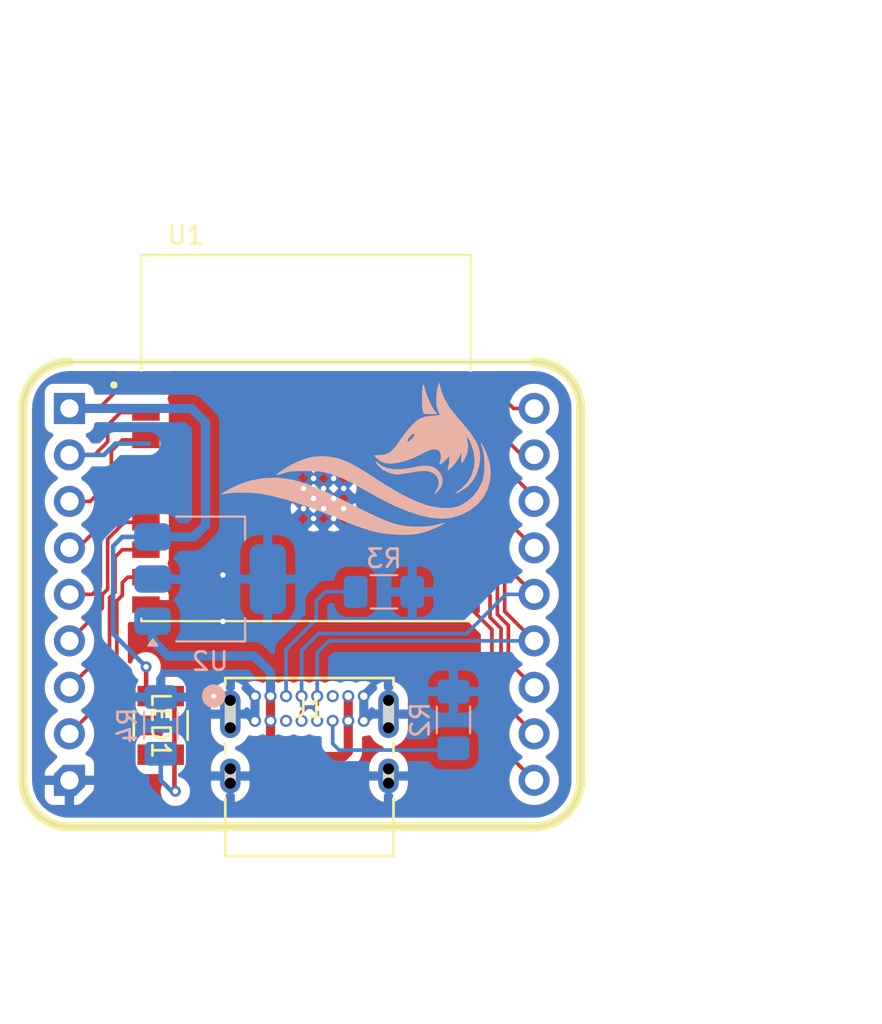
<source format=kicad_pcb>
(kicad_pcb (version 20240108) (generator "pcbnew") (generator_version "8.0")
  (layers (0 "F.Cu" signal) (31 "B.Cu" signal) (34 "B.Paste" user) (35 "F.Paste" user) (36 "B.SilkS" user "B.Silkscreen") (37 "F.SilkS" user "F.Silkscreen") (38 "B.Mask" user) (39 "F.Mask" user) (44 "Edge.Cuts" user))
  (net 0 "")
  (net 1 "GPIO3")
  (net 2 "GND")
  (net 3 "GPIO2")
  (net 4 "GPIO1")
  (net 5 "GPIO0")
  (net 6 "GPIO4")
  (net 7 "VBUS")
  (net 8 "Net-(J1-CC2)")
  (net 10 "Net-(J1-CC1)")
  (net 12 "GPIO7")
  (net 13 "USB_D+")
  (net 14 "UART-RX")
  (net 15 "USB_D-")
  (net 16 "GPIO5")
  (net 17 "GPIO8")
  (net 18 "UART-TX")
  (net 19 "GPIO10")
  (net 20 "EN")
  (net 21 "GPIO9")
  (net 22 "3V3")
  (net 23 "GPIO6")
  (net 25 "Net-(LED1-GND-Pad1)")
  (footprint "Alexander Footprint Library:ESP32-C3-WROOM-02-H4" (layer "F.Cu") (at 156.94 61.1)
    (property "Reference" "U1" (at -6.575 -11.085 0) (layer "F.SilkS"))
    (property "Value" "ESP32-C3-WROOM-02-N4")
    (fp_line (start -9 -10) (end -9 -3.67) (stroke (width 0.127)) (layer "F.SilkS"))
    (fp_line (start -9 10) (end -9 9.87) (stroke (width 0.127)) (layer "F.SilkS"))
    (fp_line (start -9 10) (end 9 10) (stroke (width 0.127)) (layer "F.SilkS"))
    (fp_line (start 9 -10) (end -9 -10) (stroke (width 0.127)) (layer "F.SilkS"))
    (fp_line (start 9 -3.67) (end 9 -10) (stroke (width 0.127)) (layer "F.SilkS"))
    (fp_line (start 9 10) (end 9 9.87) (stroke (width 0.127)) (layer "F.SilkS"))
    (fp_circle (center -10.5 -2.9) (end -10.4 -2.9) (stroke (width 0.2)) (fill none) (layer "F.SilkS"))
    (pad "1" smd rect (at -8.75 -2.9) (size 1.5 0.9) (layers "F.Cu" "F.Paste" "F.Mask") (net 22 "3V3"))
    (pad "2" smd rect (at -8.75 -1.4) (size 1.5 0.9) (layers "F.Cu" "F.Paste" "F.Mask") (net 20 "EN"))
    (pad "3" smd rect (at -8.75 0.1) (size 1.5 0.9) (layers "F.Cu" "F.Paste" "F.Mask") (net 6 "GPIO4"))
    (pad "4" smd rect (at -8.75 1.6) (size 1.5 0.9) (layers "F.Cu" "F.Paste" "F.Mask") (net 16 "GPIO5"))
    (pad "5" smd rect (at -8.75 3.1) (size 1.5 0.9) (layers "F.Cu" "F.Paste" "F.Mask") (net 23 "GPIO6"))
    (pad "6" smd rect (at -8.75 4.6) (size 1.5 0.9) (layers "F.Cu" "F.Paste" "F.Mask") (net 12 "GPIO7"))
    (pad "7" smd rect (at -8.75 6.1) (size 1.5 0.9) (layers "F.Cu" "F.Paste" "F.Mask") (net 17 "GPIO8"))
    (pad "8" smd rect (at -8.75 7.6) (size 1.5 0.9) (layers "F.Cu" "F.Paste" "F.Mask") (net 21 "GPIO9"))
    (pad "9" smd rect (at -8.75 9.1) (size 1.5 0.9) (layers "F.Cu" "F.Paste" "F.Mask") (net 2 "GND"))
    (pad "10" smd rect (at 8.75 9.1) (size 1.5 0.9) (layers "F.Cu" "F.Paste" "F.Mask") (net 19 "GPIO10"))
    (pad "11" smd rect (at 8.75 7.6) (size 1.5 0.9) (layers "F.Cu" "F.Paste" "F.Mask") (net 14 "UART-RX"))
    (pad "12" smd rect (at 8.75 6.1) (size 1.5 0.9) (layers "F.Cu" "F.Paste" "F.Mask") (net 18 "UART-TX"))
    (pad "13" smd rect (at 8.75 4.6) (size 1.5 0.9) (layers "F.Cu" "F.Paste" "F.Mask") (net 15 "USB_D-"))
    (pad "14" smd rect (at 8.75 3.1) (size 1.5 0.9) (layers "F.Cu" "F.Paste" "F.Mask") (net 13 "USB_D+"))
    (pad "15" smd rect (at 8.75 1.6) (size 1.5 0.9) (layers "F.Cu" "F.Paste" "F.Mask") (net 1 "GPIO3"))
    (pad "16" smd rect (at 8.75 0.1) (size 1.5 0.9) (layers "F.Cu" "F.Paste" "F.Mask") (net 3 "GPIO2"))
    (pad "17" smd rect (at 8.75 -1.4) (size 1.5 0.9) (layers "F.Cu" "F.Paste" "F.Mask") (net 4 "GPIO1"))
    (pad "18" smd rect (at 8.75 -2.9) (size 1.5 0.9) (layers "F.Cu" "F.Paste" "F.Mask") (net 5 "GPIO0"))
    (pad "19" smd rect (at -0.14 2.2) (size 0.7 0.7) (layers "F.Cu" "F.Paste" "F.Mask") (net 2 "GND"))
    (pad "20" smd rect (at 0.96 2.2) (size 0.7 0.7) (layers "F.Cu" "F.Paste" "F.Mask") (net 2 "GND"))
    (pad "21" smd rect (at 2.06 2.2) (size 0.7 0.7) (layers "F.Cu" "F.Paste" "F.Mask") (net 2 "GND"))
    (pad "22" smd rect (at -0.14 3.3) (size 0.7 0.7) (layers "F.Cu" "F.Paste" "F.Mask") (net 2 "GND"))
    (pad "23" smd rect (at 0.96 3.3) (size 0.7 0.7) (layers "F.Cu" "F.Paste" "F.Mask") (net 2 "GND"))
    (pad "24" smd rect (at 2.06 3.3) (size 0.7 0.7) (layers "F.Cu" "F.Paste" "F.Mask") (net 2 "GND"))
    (pad "25" smd rect (at -0.14 4.4) (size 0.7 0.7) (layers "F.Cu" "F.Paste" "F.Mask") (net 2 "GND"))
    (pad "26" smd rect (at 0.96 4.4) (size 0.7 0.7) (layers "F.Cu" "F.Paste" "F.Mask") (net 2 "GND"))
    (pad "27" smd rect (at 2.06 4.4) (size 0.7 0.7) (layers "F.Cu" "F.Paste" "F.Mask") (net 2 "GND"))
    (pad "28" thru_hole circle (at 0.41 2.2) (size 0.4 0.4) (drill 0.3) (layers "*.Cu") (net 2 "GND"))
    (pad "29" thru_hole circle (at 1.51 2.2) (size 0.4 0.4) (drill 0.3) (layers "*.Cu") (net 2 "GND"))
    (pad "30" thru_hole circle (at -0.14 2.75) (size 0.4 0.4) (drill 0.3) (layers "*.Cu") (net 2 "GND"))
    (pad "31" thru_hole circle (at 0.96 2.75) (size 0.4 0.4) (drill 0.3) (layers "*.Cu") (net 2 "GND"))
    (pad "32" thru_hole circle (at 2.06 2.75) (size 0.4 0.4) (drill 0.3) (layers "*.Cu") (net 2 "GND"))
    (pad "33" thru_hole circle (at 0.41 3.3) (size 0.4 0.4) (drill 0.3) (layers "*.Cu") (net 2 "GND"))
    (pad "34" thru_hole circle (at 1.51 3.3) (size 0.4 0.4) (drill 0.3) (layers "*.Cu") (net 2 "GND"))
    (pad "35" thru_hole circle (at -0.14 3.85) (size 0.4 0.4) (drill 0.3) (layers "*.Cu") (net 2 "GND"))
    (pad "36" thru_hole circle (at 0.96 3.85) (size 0.4 0.4) (drill 0.3) (layers "*.Cu") (net 2 "GND"))
    (pad "37" thru_hole circle (at 2.06 3.85) (size 0.4 0.4) (drill 0.3) (layers "*.Cu") (net 2 "GND"))
    (pad "38" thru_hole circle (at 0.41 4.4) (size 0.4 0.4) (drill 0.3) (layers "*.Cu") (net 2 "GND"))
    (pad "39" thru_hole circle (at 1.51 4.4) (size 0.4 0.4) (drill 0.3) (layers "*.Cu") (net 2 "GND"))
    (zone (net 0) (net_name "") (layer "F.Cu") (connect_pads (clearance 0)) (min_thickness 0.01)
      (keepout (tracks not_allowed) (vias not_allowed) (pads not_allowed) (copperpour not_allowed) (footprints allowed))
      (fill (thermal_gap 0.508) (thermal_bridge_width 0.508))
      (polygon (pts (xy 147.94 51.1) (xy 165.94 51.1) (xy 165.94 57.1) (xy 147.94 57.1)))
    )
    (zone (net 0) (net_name "") (layer "B.Cu") (connect_pads (clearance 0)) (min_thickness 0.01)
      (keepout (tracks not_allowed) (vias not_allowed) (pads not_allowed) (copperpour not_allowed) (footprints allowed))
      (fill (thermal_gap 0.508) (thermal_bridge_width 0.508))
      (polygon (pts (xy 147.94 51.1) (xy 165.94 51.1) (xy 165.94 57.1) (xy 147.94 57.1)))
    )
  )
  (footprint "Alexander Footprint Library:B1552_HVK-M" (layer "F.Cu") (at 149 76.8002 -90)
    (property "Reference" "LED1" (at 0 0 -90) (layer "F.SilkS"))
    (property "Value" "LED-RED-GREEN-B1552USUG20D")
    (fp_line (start -0.777373 1.4732) (end 0.777373 1.4732) (stroke (width 0.1524)) (layer "F.SilkS"))
    (fp_line (start -0.777373 -1.4732) (end 0.777373 -1.4732) (stroke (width 0.1524)) (layer "F.SilkS"))
    (pad "1" smd rect (at -1.6002 -0.750001 270) (size 1.1176 1.0414) (layers "F.Cu" "F.Paste" "F.Mask") (net 25 "Net-(LED1-GND-Pad1)"))
    (pad "2" smd rect (at -1.6002 0.750001 270) (size 1.1176 1.0414) (layers "F.Cu" "F.Paste" "F.Mask") (net 22 "3V3"))
    (pad "3" smd rect (at 1.6002 0.750001 270) (size 1.1176 1.0414) (layers "F.Cu" "F.Paste" "F.Mask"))
    (pad "4" smd rect (at 1.6002 -0.750001 270) (size 1.1176 1.0414) (layers "F.Cu" "F.Paste" "F.Mask") (net 25 "Net-(LED1-GND-Pad1)"))
  )
  (footprint "Alexander Footprint Library:USB-C GCT CONN16_USB4085-GF-A" (layer "F.Cu") (at 154.15 75.2)
    (property "Reference" "J1" (at 2.975 0.675 0) (layer "F.SilkS"))
    (property "Value" "USB-C_Receptacle_Data_16P_GCT-USB4085")
    (fp_circle (center -2.2574 0) (end -1.8764 0) (stroke (width 0.508)) (fill none) (layer "B.SilkS"))
    (fp_line (start -1.6224 -0.987) (end -1.6224 -0.618206) (stroke (width 0.1524)) (layer "F.SilkS"))
    (fp_line (start -1.6224 2.578207) (end -1.6224 3.122399) (stroke (width 0.1524)) (layer "F.SilkS"))
    (fp_line (start -1.6224 5.607602) (end -1.6224 8.741199) (stroke (width 0.1524)) (layer "F.SilkS"))
    (fp_line (start -1.6224 8.741199) (end 7.5724 8.741199) (stroke (width 0.1524)) (layer "F.SilkS"))
    (fp_line (start 7.5724 -0.987) (end -1.6224 -0.987) (stroke (width 0.1524)) (layer "F.SilkS"))
    (fp_line (start 7.5724 -0.618202) (end 7.5724 -0.987) (stroke (width 0.1524)) (layer "F.SilkS"))
    (fp_line (start 7.5724 3.122399) (end 7.5724 2.578201) (stroke (width 0.1524)) (layer "F.SilkS"))
    (fp_line (start 7.5724 8.741199) (end 7.5724 5.607602) (stroke (width 0.1524)) (layer "F.SilkS"))
    (fp_arc (start -2.41934 0.344872) (mid -2.625765 -0.097305) (end -2.2279 -0.379856) (stroke (width 0.508)) (layer "F.SilkS"))
    (fp_line (start -1.35 1.729301) (end -1.35 0.230701) (stroke (width 0.6096)) (layer "Edge.Cuts"))
    (fp_line (start -1.349985 4.7587) (end -1.349985 3.9713) (stroke (width 0.6096)) (layer "Edge.Cuts"))
    (fp_line (start 7.299985 1.7293) (end 7.299985 0.2307) (stroke (width 0.6096)) (layer "Edge.Cuts"))
    (fp_line (start 7.299985 4.7587) (end 7.299985 3.9713) (stroke (width 0.6096)) (layer "Edge.Cuts"))
    (pad "" np_thru_hole circle (at -1.35 0.230701) (size 0.6096 0.6096) (drill 0.6096) (layers))
    (pad "" np_thru_hole circle (at -1.35 1.729301) (size 0.6096 0.6096) (drill 0.6096) (layers))
    (pad "" np_thru_hole circle (at -1.349985 3.9713) (size 0.6096 0.6096) (drill 0.6096) (layers))
    (pad "" np_thru_hole circle (at -1.349985 4.7587) (size 0.6096 0.6096) (drill 0.6096) (layers))
    (pad "" np_thru_hole circle (at 7.299985 0.2307) (size 0.6096 0.6096) (drill 0.6096) (layers))
    (pad "" np_thru_hole circle (at 7.299985 1.7293) (size 0.6096 0.6096) (drill 0.6096) (layers))
    (pad "" np_thru_hole circle (at 7.299985 3.9713) (size 0.6096 0.6096) (drill 0.6096) (layers))
    (pad "" np_thru_hole circle (at 7.299985 4.7587) (size 0.6096 0.6096) (drill 0.6096) (layers))
    (pad "A1" thru_hole circle (at 0 0) (size 0.6604 0.6604) (drill 0.4064) (layers "*.Cu" "*.Mask") (net 2 "GND"))
    (pad "A4" thru_hole circle (at 0.850001 0) (size 0.6604 0.6604) (drill 0.4064) (layers "*.Cu" "*.Mask") (net 7 "VBUS"))
    (pad "A5" thru_hole circle (at 1.699999 0) (size 0.6604 0.6604) (drill 0.4064) (layers "*.Cu" "*.Mask") (net 10 "Net-(J1-CC1)"))
    (pad "A6" thru_hole circle (at 2.55 0) (size 0.6604 0.6604) (drill 0.4064) (layers "*.Cu" "*.Mask") (net 13 "USB_D+"))
    (pad "A7" thru_hole circle (at 3.400001 0) (size 0.6604 0.6604) (drill 0.4064) (layers "*.Cu" "*.Mask") (net 15 "USB_D-"))
    (pad "A8" thru_hole circle (at 4.250002 0) (size 0.6604 0.6604) (drill 0.4064) (layers "*.Cu" "*.Mask"))
    (pad "A9" thru_hole circle (at 5.1 0) (size 0.6604 0.6604) (drill 0.4064) (layers "*.Cu" "*.Mask") (net 7 "VBUS"))
    (pad "A12" thru_hole circle (at 5.950001 0) (size 0.6604 0.6604) (drill 0.4064) (layers "*.Cu" "*.Mask") (net 2 "GND"))
    (pad "B1" thru_hole circle (at 5.950001 1.35) (size 0.6604 0.6604) (drill 0.4064) (layers "*.Cu" "*.Mask") (net 2 "GND"))
    (pad "B4" thru_hole circle (at 5.1 1.35) (size 0.6604 0.6604) (drill 0.4064) (layers "*.Cu" "*.Mask") (net 7 "VBUS"))
    (pad "B5" thru_hole circle (at 4.250002 1.35) (size 0.6604 0.6604) (drill 0.4064) (layers "*.Cu" "*.Mask") (net 8 "Net-(J1-CC2)"))
    (pad "B6" thru_hole circle (at 3.400001 1.35) (size 0.6604 0.6604) (drill 0.4064) (layers "*.Cu" "*.Mask") (net 13 "USB_D+"))
    (pad "B7" thru_hole circle (at 2.55 1.35) (size 0.6604 0.6604) (drill 0.4064) (layers "*.Cu" "*.Mask") (net 15 "USB_D-"))
    (pad "B8" thru_hole circle (at 1.699999 1.35) (size 0.6604 0.6604) (drill 0.4064) (layers "*.Cu" "*.Mask"))
    (pad "B9" thru_hole circle (at 0.850001 1.35) (size 0.6604 0.6604) (drill 0.4064) (layers "*.Cu" "*.Mask") (net 7 "VBUS"))
    (pad "B12" thru_hole circle (at 0 1.35) (size 0.6604 0.6604) (drill 0.4064) (layers "*.Cu" "*.Mask") (net 2 "GND"))
    (pad "S1" thru_hole oval (at -1.349985 4.365 90) (size 1.905 1.1176) (drill 0.0254) (layers "*.Cu" "*.Mask") (net 2 "GND"))
    (pad "S2" thru_hole oval (at 7.299985 4.365 90) (size 1.905 1.1176) (drill 0.0254) (layers "*.Cu" "*.Mask") (net 2 "GND"))
    (pad "S3" thru_hole oval (at -1.35 0.980001 90) (size 2.6162 1.1176) (drill 0.0254) (layers "*.Cu" "*.Mask") (net 2 "GND"))
    (pad "S4" thru_hole oval (at 7.299985 0.98 90) (size 2.6162 1.1176) (drill 0.0254) (layers "*.Cu" "*.Mask") (net 2 "GND"))
  )
  (footprint "Alexander Footprint Library:Conn_ESP32-C3-WROOM-02" (layer "F.Cu") (at 159.25 64.56)
    (property "Reference" "J2" (hide yes))
    (property "Value" "~")
    (fp_line (start -17.78 -5.08) (end -17.78 15.24) (stroke (width 0.5)) (layer "F.SilkS"))
    (fp_line (start -15.24 -7.62) (end 10.16 -7.62) (stroke (width 0.25)) (layer "F.SilkS"))
    (fp_line (start -15.24 17.78) (end 10.16 17.78) (stroke (width 0.5)) (layer "F.SilkS"))
    (fp_line (start 12.7 -5.08) (end 12.7 15.24) (stroke (width 0.5)) (layer "F.SilkS"))
    (fp_arc (start -17.78 -5.08) (mid -17.036051 -6.876051) (end -15.24 -7.62) (stroke (width 0.5)) (layer "F.SilkS"))
    (fp_arc (start -15.24 17.78) (mid -17.036051 17.036051) (end -17.78 15.24) (stroke (width 0.5)) (layer "F.SilkS"))
    (fp_arc (start 10.16 -7.62) (mid 11.956051 -6.876051) (end 12.7 -5.08) (stroke (width 0.5)) (layer "F.SilkS"))
    (fp_arc (start 12.7 15.24) (mid 11.956051 17.036051) (end 10.16 17.78) (stroke (width 0.5)) (layer "F.SilkS"))
    (fp_line (start -17.78 15.24) (end -17.78 -5.08) (stroke (width 0.05)) (layer "Edge.Cuts"))
    (fp_line (start -15.24 -7.62) (end 10.16 -7.62) (stroke (width 0.05)) (layer "Edge.Cuts"))
    (fp_line (start 10.16 17.78) (end -15.24 17.78) (stroke (width 0.05)) (layer "Edge.Cuts"))
    (fp_line (start 12.7 -5.08) (end 12.7 15.24) (stroke (width 0.05)) (layer "Edge.Cuts"))
    (fp_arc (start -17.78 -5.08) (mid -17.036051 -6.876051) (end -15.24 -7.62) (stroke (width 0.05)) (layer "Edge.Cuts"))
    (fp_arc (start -15.24 17.78) (mid -17.036051 17.036051) (end -17.78 15.24) (stroke (width 0.05)) (layer "Edge.Cuts"))
    (fp_arc (start 10.16 -7.62) (mid 11.956051 -6.876051) (end 12.7 -5.08) (stroke (width 0.05)) (layer "Edge.Cuts"))
    (fp_arc (start 12.7 15.24) (mid 11.956051 17.036051) (end 10.16 17.78) (stroke (width 0.05)) (layer "Edge.Cuts"))
    (pad "1" thru_hole rect (at -15.24 -5.08) (size 1.7 1.7) (drill 1) (layers "*.Cu" "*.Mask") (net 22 "3V3"))
    (pad "2" thru_hole circle (at -15.24 -2.54) (size 1.7 1.7) (drill 1) (layers "*.Cu" "*.Mask") (net 20 "EN"))
    (pad "3" thru_hole circle (at -15.24 0) (size 1.7 1.7) (drill 1) (layers "*.Cu" "*.Mask") (net 6 "GPIO4"))
    (pad "4" thru_hole circle (at -15.24 2.54) (size 1.7 1.7) (drill 1) (layers "*.Cu" "*.Mask") (net 16 "GPIO5"))
    (pad "5" thru_hole circle (at -15.24 5.08) (size 1.7 1.7) (drill 1) (layers "*.Cu" "*.Mask") (net 23 "GPIO6"))
    (pad "6" thru_hole circle (at -15.24 7.62) (size 1.7 1.7) (drill 1) (layers "*.Cu" "*.Mask") (net 12 "GPIO7"))
    (pad "7" thru_hole circle (at -15.24 10.16) (size 1.7 1.7) (drill 1) (layers "*.Cu" "*.Mask") (net 17 "GPIO8"))
    (pad "8" thru_hole circle (at -15.24 12.7) (size 1.7 1.7) (drill 1) (layers "*.Cu" "*.Mask") (net 21 "GPIO9"))
    (pad "9" thru_hole roundrect (at -15.24 15.24) (size 1.7 1.7) (drill 1) (layers "*.Cu" "*.Mask") (roundrect_rratio 0) (chamfer_ratio 0.3) (chamfer top_left bottom_right) (net 2 "GND"))
    (pad "10" thru_hole circle (at 10.16 15.24) (size 1.7 1.7) (drill 1) (layers "*.Cu" "*.Mask") (net 19 "GPIO10"))
    (pad "11" thru_hole circle (at 10.16 12.7) (size 1.7 1.7) (drill 1) (layers "*.Cu" "*.Mask") (net 14 "UART-RX"))
    (pad "12" thru_hole circle (at 10.16 10.16) (size 1.7 1.7) (drill 1) (layers "*.Cu" "*.Mask") (net 18 "UART-TX"))
    (pad "13" thru_hole circle (at 10.16 7.62) (size 1.7 1.7) (drill 1) (layers "*.Cu" "*.Mask") (net 15 "USB_D-"))
    (pad "14" thru_hole circle (at 10.16 5.08) (size 1.7 1.7) (drill 1) (layers "*.Cu" "*.Mask") (net 13 "USB_D+"))
    (pad "15" thru_hole circle (at 10.16 2.54) (size 1.7 1.7) (drill 1) (layers "*.Cu" "*.Mask") (net 1 "GPIO3"))
    (pad "16" thru_hole circle (at 10.16 0) (size 1.7 1.7) (drill 1) (layers "*.Cu" "*.Mask") (net 3 "GPIO2"))
    (pad "17" thru_hole circle (at 10.16 -2.54) (size 1.7 1.7) (drill 1) (layers "*.Cu" "*.Mask") (net 4 "GPIO1"))
    (pad "18" thru_hole circle (at 10.16 -5.08) (size 1.7 1.7) (drill 1) (layers "*.Cu" "*.Mask") (net 5 "GPIO0"))
  )
  (footprint "Package_TO_SOT_SMD:SOT-223-3_TabPin2" (layer "B.Cu") (at 151.7 68.8)
    (property "Reference" "U2" (at 0 4.5 0) (layer "B.SilkS") (effects (justify mirror)))
    (property "Value" "AMS1117-3V3")
    (fp_line (start 1.91 -3.41) (end -1.85 -3.41) (stroke (width 0.12)) (layer "B.SilkS"))
    (fp_line (start 1.91 -2.15) (end 1.91 -3.41) (stroke (width 0.12)) (layer "B.SilkS"))
    (fp_line (start 1.91 2.15) (end 1.91 3.41) (stroke (width 0.12)) (layer "B.SilkS"))
    (fp_line (start 1.91 3.41) (end -1.85 3.41) (stroke (width 0.12)) (layer "B.SilkS"))
    (fp_poly (pts (xy -3.13 3.31) (xy -3.37 3.64) (xy -2.89 3.64) (xy -3.13 3.31)) (stroke (width 0.12)) (fill solid) (layer "B.SilkS"))
    (pad "1" smd roundrect (at -3.15 2.3) (size 2 1.5) (layers "B.Cu" "B.Paste" "B.Mask") (net 7 "VBUS"))
    (pad "2" smd roundrect (at -3.15 0) (size 2 1.5) (layers "B.Cu" "B.Paste" "B.Mask") (net 2 "GND"))
    (pad "2" smd roundrect (at 3.15 0) (size 2 3.8) (layers "B.Cu" "B.Paste" "B.Mask") (net 2 "GND"))
    (pad "3" smd roundrect (at -3.15 -2.3) (size 2 1.5) (layers "B.Cu" "B.Paste" "B.Mask") (net 22 "3V3"))
  )
  (footprint "Resistor_SMD:R_1206_3216Metric_Pad1.30x1.75mm_HandSolder" (layer "B.Cu") (at 165 76.5 -90)
    (property "Reference" "R2" (at 0 1.82 90) (layer "B.SilkS") (effects (justify mirror)))
    (property "Value" "5k1")
    (fp_line (start 0.727064 0.91) (end -0.727064 0.91) (stroke (width 0.12)) (layer "B.SilkS"))
    (fp_line (start 0.727064 -0.91) (end -0.727064 -0.91) (stroke (width 0.12)) (layer "B.SilkS"))
    (pad "1" smd roundrect (at -1.55 0 270) (size 1.3 1.75) (layers "B.Cu" "B.Paste" "B.Mask") (roundrect_rratio 0.192308) (net 2 "GND"))
    (pad "2" smd roundrect (at 1.55 0 270) (size 1.3 1.75) (layers "B.Cu" "B.Paste" "B.Mask") (roundrect_rratio 0.192308) (net 8 "Net-(J1-CC2)"))
  )
  (footprint "Resistor_SMD:R_1206_3216Metric_Pad1.30x1.75mm_HandSolder" (layer "B.Cu") (at 161.2 69.5 180)
    (property "Reference" "R3" (at 0 1.82 0) (layer "B.SilkS") (effects (justify mirror)))
    (property "Value" "5k1")
    (fp_line (start 0.727064 0.91) (end -0.727064 0.91) (stroke (width 0.12)) (layer "B.SilkS"))
    (fp_line (start 0.727064 -0.91) (end -0.727064 -0.91) (stroke (width 0.12)) (layer "B.SilkS"))
    (pad "1" smd roundrect (at -1.55 0 180) (size 1.3 1.75) (layers "B.Cu" "B.Paste" "B.Mask") (roundrect_rratio 0.192308) (net 2 "GND"))
    (pad "2" smd roundrect (at 1.55 0 180) (size 1.3 1.75) (layers "B.Cu" "B.Paste" "B.Mask") (roundrect_rratio 0.192308) (net 10 "Net-(J1-CC1)"))
  )
  (footprint "Resistor_SMD:R_1206_3216Metric_Pad1.30x1.75mm_HandSolder" (layer "B.Cu") (at 149 76.8 -90)
    (property "Reference" "R4" (at 0 1.82 90) (layer "B.SilkS") (effects (justify mirror)))
    (property "Value" "5k1")
    (fp_line (start 0.727064 0.91) (end -0.727064 0.91) (stroke (width 0.12)) (layer "B.SilkS"))
    (fp_line (start 0.727064 -0.91) (end -0.727064 -0.91) (stroke (width 0.12)) (layer "B.SilkS"))
    (pad "1" smd roundrect (at -1.55 0 270) (size 1.3 1.75) (layers "B.Cu" "B.Paste" "B.Mask") (roundrect_rratio 0.192308) (net 2 "GND"))
    (pad "2" smd roundrect (at 1.55 0 270) (size 1.3 1.75) (layers "B.Cu" "B.Paste" "B.Mask") (roundrect_rratio 0.192308) (net 25 "Net-(LED1-GND-Pad1)"))
  )
  (footprint "LOGO" (layer "B.Cu") (at 159.6 62.2 180)
    (property "Reference" "G***" (hide yes))
    (property "Value" "LOGO" (hide yes))
    (fp_poly (pts (xy -5.335668 -1.973085) (xy -5.363457 -2.000875) (xy -5.391247 -1.973085) (xy -5.363457 -1.945295)) (fill solid) (layer "B.SilkS"))
    (fp_poly (pts (xy -3.72712 3.989192) (xy -3.720697 3.973961) (xy -3.701102 3.866879) (xy -3.687804 3.678866) (xy -3.680882 3.439975) (xy -3.680421 3.180261) (xy -3.686502 2.929778) (xy -3.699208 2.718581) (xy -3.716893 2.584464) (xy -3.741095 2.495828) (xy -3.784399 2.444513) (xy -3.873902 2.418422) (xy -4.036701 2.405456) (xy -4.127166 2.40129) (xy -4.314775 2.400001) (xy -4.449213 2.412314) (xy -4.501944 2.435572) (xy -4.501969 2.436169) (xy -4.463752 2.510156) (xy -4.414064 2.560438) (xy -4.317104 2.679269) (xy -4.202066 2.879038) (xy -4.080896 3.133656) (xy -3.965538 3.417032) (xy -3.867936 3.703076) (xy -3.83055 3.835011) (xy -3.788365 3.978468) (xy -3.75726 4.025597)) (fill solid) (layer "B.SilkS"))
    (fp_poly (pts (xy -1.16813 -0.243105) (xy -1.254216 -0.368794) (xy -1.28983 -0.413219) (xy -1.537879 -0.635483) (xy -1.849965 -0.79747) (xy -2.187325 -0.881187) (xy -2.314341 -0.888735) (xy -2.497037 -0.877155) (xy -2.746282 -0.845689) (xy -3.020446 -0.800025) (xy -3.14804 -0.774864) (xy -3.516275 -0.710602) (xy -3.805925 -0.692046) (xy -4.04028 -0.720434) (xy -4.242632 -0.797) (xy -4.312229 -0.836658) (xy -4.497239 -1.008267) (xy -4.588805 -1.225532) (xy -4.584459 -1.470239) (xy -4.481739 -1.724177) (xy -4.44078 -1.786433) (xy -4.359302 -1.917364) (xy -4.351943 -1.969709) (xy -4.412174 -1.941384) (xy -4.533468 -1.830304) (xy -4.544045 -1.819408) (xy -4.734665 -1.563229) (xy -4.815304 -1.302684) (xy -4.806573 -1.114052) (xy -4.700145 -0.833593) (xy -4.503297 -0.610752) (xy -4.312939 -0.494963) (xy -4.14564 -0.432054) (xy -3.973801 -0.400998) (xy -3.772034 -0.401933) (xy -3.514951 -0.434994) (xy -3.177163 -0.500319) (xy -3.173511 -0.501089) (xy -2.63863 -0.587136) (xy -2.183217 -0.60137) (xy -1.801259 -0.543037) (xy -1.486742 -0.411382) (xy -1.292451 -0.264967) (xy -1.187436 -0.180532) (xy -1.145933 -0.176798)) (fill solid) (layer "B.SilkS"))
    (fp_poly (pts (xy 5.006815 -1.088445) (xy 5.716318 -1.225058) (xy 6.200827 -1.383806) (xy 6.403664 -1.468934) (xy 6.626548 -1.573239) (xy 6.848558 -1.685444) (xy 7.048775 -1.794268) (xy 7.20628 -1.888432) (xy 7.300154 -1.956656) (xy 7.315527 -1.984838) (xy 7.254956 -1.98449) (xy 7.122033 -1.961789) (xy 7.024333 -1.940189) (xy 6.806471 -1.906915) (xy 6.509925 -1.886858) (xy 6.16638 -1.879979) (xy 5.807519 -1.886237) (xy 5.465025 -1.905592) (xy 5.170583 -1.938004) (xy 5.141138 -1.942582) (xy 4.426362 -2.086382) (xy 3.63366 -2.298797) (xy 2.770609 -2.57741) (xy 1.844784 -2.919804) (xy 1.010836 -3.260583) (xy 0.441355 -3.497514) (xy -0.046623 -3.688235) (xy -0.469864 -3.838501) (xy -0.845133 -3.954062) (xy -1.189195 -4.040673) (xy -1.371928 -4.078191) (xy -1.768371 -4.138227) (xy -2.195636 -4.177783) (xy -2.616347 -4.195041) (xy -2.993123 -4.188182) (xy -3.212913 -4.167752) (xy -3.467108 -4.123955) (xy -3.736305 -4.064944) (xy -3.876552 -4.027934) (xy -4.038283 -3.972815) (xy -4.23561 -3.893936) (xy -4.4451 -3.802307) (xy -4.643316 -3.708932) (xy -4.806823 -3.624819) (xy -4.912187 -3.560974) (xy -4.93761 -3.529586) (xy -4.878362 -3.533932) (xy -4.740991 -3.564298) (xy -4.553715 -3.61434) (xy -4.52896 -3.621444) (xy -4.263761 -3.683348) (xy -3.968882 -3.720103) (xy -3.608736 -3.735703) (xy -3.501532 -3.73678) (xy -3.19922 -3.733182) (xy -2.919835 -3.716451) (xy -2.650591 -3.682285) (xy -2.378702 -3.626385) (xy -2.091382 -3.544451) (xy -1.775843 -3.432183) (xy -1.419301 -3.28528) (xy -1.008967 -3.099444) (xy -0.532057 -2.870373) (xy 0.024217 -2.593769) (xy 0.277899 -2.465774) (xy 0.908788 -2.151193) (xy 1.457458 -1.888515) (xy 1.937016 -1.672463) (xy 2.360572 -1.497764) (xy 2.741233 -1.359144) (xy 3.092107 -1.251328) (xy 3.426303 -1.169041) (xy 3.575896 -1.138716) (xy 4.289098 -1.059268)) (fill solid) (layer "B.SilkS"))
    (fp_poly (pts (xy -6.905998 0.758162) (xy -6.962759 0.600951) (xy -7.033118 0.344256) (xy -7.076378 0.016472) (xy -7.092183 -0.34585) (xy -7.080174 -0.706159) (xy -7.039992 -1.027906) (xy -6.980883 -1.250547) (xy -6.763375 -1.690507) (xy -6.474123 -2.069435) (xy -6.127243 -2.373404) (xy -5.73685 -2.588488) (xy -5.563615 -2.648878) (xy -5.327801 -2.699081) (xy -5.056923 -2.71721) (xy -4.755393 -2.708697) (xy -4.35446 -2.660239) (xy -3.927847 -2.556931) (xy -3.466953 -2.394884) (xy -2.963179 -2.17021) (xy -2.407923 -1.879024) (xy -1.792584 -1.517437) (xy -1.108562 -1.081562) (xy -1.0071 -1.01457) (xy -0.492206 -0.683257) (xy -0.044687 -0.419341) (xy 0.351284 -0.216499) (xy 0.71153 -0.068411) (xy 1.051879 0.031245) (xy 1.388155 0.088791) (xy 1.736184 0.110546) (xy 1.811196 0.11116) (xy 2.209545 0.08793) (xy 2.587906 0.011875) (xy 2.985773 -0.126555) (xy 3.220465 -0.229596) (xy 3.426096 -0.333288) (xy 3.645126 -0.457079) (xy 3.857915 -0.588021) (xy 4.044822 -0.71317) (xy 4.186205 -0.819577) (xy 4.262422 -0.894296) (xy 4.267621 -0.919833) (xy 4.208774 -0.913924) (xy 4.073957 -0.878799) (xy 3.892101 -0.822016) (xy 3.888205 -0.820718) (xy 3.725225 -0.77192) (xy 3.56218 -0.738179) (xy 3.373334 -0.71692) (xy 3.132947 -0.705567) (xy 2.815283 -0.701544) (xy 2.695624 -0.701384) (xy 2.35618 -0.703448) (xy 2.098843 -0.711561) (xy 1.894597 -0.729039) (xy 1.714421 -0.7592) (xy 1.529299 -0.805361) (xy 1.367243 -0.853246) (xy 0.950955 -0.993823) (xy 0.547075 -1.159732) (xy 0.126735 -1.364384) (xy -0.338935 -1.621188) (xy -0.542279 -1.74028) (xy -1.387822 -2.215648) (xy -2.179537 -2.606384) (xy -2.915301 -2.911815) (xy -3.59299 -3.131273) (xy -4.210479 -3.264085) (xy -4.765643 -3.30958) (xy -5.256358 -3.267087) (xy -5.328395 -3.252158) (xy -5.86764 -3.080586) (xy -6.335668 -2.830855) (xy -6.727607 -2.512655) (xy -7.038587 -2.135675) (xy -7.263735 -1.709605) (xy -7.39818 -1.244134) (xy -7.437052 -0.748952) (xy -7.375479 -0.233748) (xy -7.20859 0.291789) (xy -7.162597 0.396304) (xy -7.060917 0.603512) (xy -6.977088 0.750807) (xy -6.918438 0.830684) (xy -6.892299 0.835638)) (fill solid) (layer "B.SilkS"))
    (fp_poly (pts (xy -4.556503 3.973961) (xy -4.520533 3.840385) (xy -4.487756 3.634631) (xy -4.464038 3.395647) (xy -4.460134 3.333896) (xy -4.454225 3.038515) (xy -4.480237 2.807976) (xy -4.54713 2.598354) (xy -4.654092 2.383309) (xy -4.612375 2.364187) (xy -4.484682 2.344093) (xy -4.2961 2.32668) (xy -4.240174 2.323042) (xy -3.873323 2.277556) (xy -3.602294 2.191422) (xy -3.584521 2.182588) (xy -3.348899 2.020904) (xy -3.082371 1.766082) (xy -2.794532 1.428501) (xy -2.49498 1.018542) (xy -2.458084 0.964056) (xy -2.251081 0.669692) (xy -2.075655 0.459558) (xy -1.912351 0.319129) (xy -1.741716 0.23388) (xy -1.544295 0.189288) (xy -1.402354 0.175843) (xy -1.049214 0.153357) (xy -1.17767 0.015818) (xy -1.384103 -0.158726) (xy -1.620776 -0.258269) (xy -1.91889 -0.294599) (xy -2.000875 -0.295241) (xy -2.386755 -0.252234) (xy -2.829533 -0.133031) (xy -3.31108 0.056544) (xy -3.709428 0.253548) (xy -4.010174 0.401117) (xy -4.241961 0.478647) (xy -4.420301 0.48836) (xy -4.560706 0.432478) (xy -4.618459 0.38373) (xy -4.698395 0.231726) (xy -4.711815 0.024236) (xy -4.657293 -0.20412) (xy -4.643968 -0.236214) (xy -4.627839 -0.319252) (xy -4.677618 -0.328735) (xy -4.78048 -0.269581) (xy -4.9236 -0.146704) (xy -4.953147 -0.117698) (xy -5.168928 0.098082) (xy -5.168928 -0.11408) (xy -5.153411 -0.299881) (xy -5.115666 -0.465845) (xy -5.111793 -0.476519) (xy -5.078233 -0.591861) (xy -5.07906 -0.651197) (xy -5.13753 -0.639037) (xy -5.240535 -0.557561) (xy -5.368361 -0.428161) (xy -5.501289 -0.27223) (xy -5.619604 -0.11116) (xy -5.6963 0.018497) (xy -5.838743 0.305689) (xy -5.82342 0.013861) (xy -5.819631 -0.148953) (xy -5.826307 -0.2547) (xy -5.835886 -0.277554) (xy -5.89623 -0.229792) (xy -5.977644 -0.108472) (xy -6.063382 0.055435) (xy -6.136699 0.230957) (xy -6.171345 0.342865) (xy -6.207717 0.632127) (xy -6.178753 0.870168) (xy -6.149992 1.029127) (xy -6.140164 1.13666) (xy -6.144537 1.160875) (xy -6.177076 1.12602) (xy -6.241939 1.0129) (xy -6.326013 0.844699) (xy -6.339244 0.816636) (xy -6.49792 0.360813) (xy -6.554463 -0.096231) (xy -6.512178 -0.540542) (xy -6.374371 -0.958169) (xy -6.144345 -1.335159) (xy -5.825407 -1.657561) (xy -5.737359 -1.724292) (xy -5.56755 -1.851199) (xy -5.4929 -1.920809) (xy -5.513486 -1.933402) (xy -5.629383 -1.889262) (xy -5.764656 -1.826023) (xy -6.144627 -1.582948) (xy -6.447032 -1.261132) (xy -6.670071 -0.86317) (xy -6.811949 -0.391655) (xy -6.830695 -0.28709) (xy -6.861483 -0.001007) (xy -6.853395 0.266591) (xy -6.800141 0.528729) (xy -6.695433 0.798433) (xy -6.53298 1.088728) (xy -6.419832 1.250547) (xy -6.113786 1.250547) (xy -6.085996 1.222757) (xy -6.058206 1.250547) (xy -6.085996 1.278337) (xy -6.113786 1.250547) (xy -6.419832 1.250547) (xy -6.384164 1.301558) (xy -3.276553 1.301558) (xy -3.249487 1.2128) (xy -3.144391 1.080121) (xy -3.116748 1.051742) (xy -2.989426 0.933278) (xy -2.919109 0.895195) (xy -2.891998 0.932181) (xy -2.890153 0.964532) (xy -2.927111 1.055442) (xy -3.015279 1.172388) (xy -3.120597 1.277341) (xy -3.209007 1.332273) (xy -3.220979 1.333917) (xy -3.276553 1.301558) (xy -6.384164 1.301558) (xy -6.306493 1.41264) (xy -6.009684 1.783195) (xy -5.636262 2.213417) (xy -5.608104 2.244971) (xy -5.233172 2.714919) (xy -4.945024 3.185268) (xy -4.751728 3.642009) (xy -4.703359 3.815277) (xy -4.626773 4.1407)) (fill solid) (layer "B.SilkS"))
  )
  (segment (start 167.2 62.7) (end 167.8 63.3) (width 0.2) (layer "F.Cu") (net 1))
  (segment (start 165.69 62.7) (end 167.2 62.7) (width 0.2) (layer "F.Cu") (net 1))
  (segment (start 167.8 63.3) (end 167.8 65.49) (width 0.2) (layer "F.Cu") (net 1))
  (segment (start 167.8 65.49) (end 169.41 67.1) (width 0.2) (layer "F.Cu") (net 1))
  (via (at 152.4 68.58) (size 0.6) (drill 0.3) (layers "F.Cu" "B.Cu") (net 2))
  (via (at 152.4 71.12) (size 0.6) (drill 0.3) (layers "F.Cu" "B.Cu") (net 2))
  (segment (start 154.15 75.2) (end 154.15 76.55) (width 0.5) (layer "B.Cu") (net 2))
  (segment (start 160.100001 75.2) (end 160.100001 76.55) (width 0.5) (layer "B.Cu") (net 2))
  (segment (start 165.69 61.2) (end 166.3 61.2) (width 0.2) (layer "F.Cu") (net 3))
  (segment (start 166.3 61.2) (end 169.41 64.31) (width 0.2) (layer "F.Cu") (net 3))
  (segment (start 169.41 64.31) (end 169.41 64.56) (width 0.2) (layer "F.Cu") (net 3))
  (segment (start 165.69 59.7) (end 166.4 59.7) (width 0.2) (layer "F.Cu") (net 4))
  (segment (start 166.4 59.7) (end 168.72 62.02) (width 0.2) (layer "F.Cu") (net 4))
  (segment (start 168.72 62.02) (end 169.41 62.02) (width 0.2) (layer "F.Cu") (net 4))
  (segment (start 168.28 59.48) (end 167 58.2) (width 0.2) (layer "F.Cu") (net 5))
  (segment (start 167 58.2) (end 165.69 58.2) (width 0.2) (layer "F.Cu") (net 5))
  (segment (start 169.41 59.48) (end 168.28 59.48) (width 0.2) (layer "F.Cu") (net 5))
  (segment (start 148.19 61.2) (end 146.9 61.2) (width 0.2) (layer "F.Cu") (net 6))
  (segment (start 146.9 61.2) (end 146.3 61.8) (width 0.2) (layer "F.Cu") (net 6))
  (segment (start 146.3 63.4) (end 145.14 64.56) (width 0.2) (layer "F.Cu") (net 6))
  (segment (start 146.3 61.8) (end 146.3 63.4) (width 0.2) (layer "F.Cu") (net 6))
  (segment (start 145.14 64.56) (end 144.01 64.56) (width 0.2) (layer "F.Cu") (net 6))
  (segment (start 159 78.5) (end 155.4 78.5) (width 0.5) (layer "F.Cu") (net 7))
  (segment (start 159.25 76.55) (end 159.25 75.2) (width 0.5) (layer "F.Cu") (net 7))
  (segment (start 155.000001 76.55) (end 155.000001 75.2) (width 0.5) (layer "F.Cu") (net 7))
  (segment (start 155.000001 78.100001) (end 155.000001 76.55) (width 0.5) (layer "F.Cu") (net 7))
  (segment (start 155.4 78.5) (end 155.000001 78.100001) (width 0.5) (layer "F.Cu") (net 7))
  (segment (start 159.25 78.25) (end 159 78.5) (width 0.5) (layer "F.Cu") (net 7))
  (segment (start 159.25 76.55) (end 159.25 78.25) (width 0.5) (layer "F.Cu") (net 7))
  (segment (start 155.000001 73.900001) (end 154.1 73) (width 0.5) (layer "B.Cu") (net 7))
  (segment (start 148.55 71.1) (end 148.55 72.15) (width 0.5) (layer "B.Cu") (net 7))
  (segment (start 149.4 73) (end 154.1 73) (width 0.5) (layer "B.Cu") (net 7))
  (segment (start 155.000001 75.2) (end 155.000001 73.900001) (width 0.5) (layer "B.Cu") (net 7))
  (segment (start 148.55 72.15) (end 149.4 73) (width 0.5) (layer "B.Cu") (net 7))
  (segment (start 158.400002 77.800002) (end 158.75 78.15) (width 0.2) (layer "B.Cu") (net 8))
  (segment (start 158.400002 76.55) (end 158.400002 77.800002) (width 0.2) (layer "B.Cu") (net 8))
  (segment (start 158.75 78.15) (end 164.9 78.15) (width 0.2) (layer "B.Cu") (net 8))
  (segment (start 164.9 78.15) (end 165 78.05) (width 0.2) (layer "B.Cu") (net 8))
  (segment (start 158 69.5) (end 159.65 69.5) (width 0.2) (layer "B.Cu") (net 10))
  (segment (start 155.849999 72.650001) (end 157.5 71) (width 0.2) (layer "B.Cu") (net 10))
  (segment (start 157.5 70) (end 158 69.5) (width 0.2) (layer "B.Cu") (net 10))
  (segment (start 155.849999 75.2) (end 155.849999 72.650001) (width 0.2) (layer "B.Cu") (net 10))
  (segment (start 157.5 71) (end 157.5 70) (width 0.2) (layer "B.Cu") (net 10))
  (segment (start 148.19 65.7) (end 147.015686 65.7) (width 0.2) (layer "F.Cu") (net 12))
  (segment (start 146.1 66.615686) (end 146.1 69.358628) (width 0.2) (layer "F.Cu") (net 12))
  (segment (start 146.1 69.358628) (end 145.8 69.658628) (width 0.2) (layer "F.Cu") (net 12))
  (segment (start 145.8 69.658628) (end 145.8 70.39) (width 0.2) (layer "F.Cu") (net 12))
  (segment (start 147.015686 65.7) (end 146.1 66.615686) (width 0.2) (layer "F.Cu") (net 12))
  (segment (start 145.8 70.39) (end 144.01 72.18) (width 0.2) (layer "F.Cu") (net 12))
  (segment (start 167.8 66.055686) (end 167.8 68.03) (width 0.2) (layer "F.Cu") (net 13))
  (segment (start 165.69 64.2) (end 167.1 64.2) (width 0.2) (layer "F.Cu") (net 13))
  (segment (start 167.8 68.03) (end 169.41 69.64) (width 0.2) (layer "F.Cu") (net 13))
  (segment (start 167.4 64.5) (end 167.4 65.655686) (width 0.2) (layer "F.Cu") (net 13))
  (segment (start 167.1 64.2) (end 167.4 64.5) (width 0.2) (layer "F.Cu") (net 13))
  (segment (start 167.4 65.655686) (end 167.8 66.055686) (width 0.2) (layer "F.Cu") (net 13))
  (segment (start 157.62 71.78) (end 165.72 71.78) (width 0.2) (layer "B.Cu") (net 13))
  (segment (start 157.550001 76.083027) (end 157.266974 75.8) (width 0.2) (layer "B.Cu") (net 13))
  (segment (start 157.550001 76.55) (end 157.550001 76.083027) (width 0.2) (layer "B.Cu") (net 13))
  (segment (start 156.7 75.7) (end 156.7 75.2) (width 0.2) (layer "B.Cu") (net 13))
  (segment (start 157.266974 75.8) (end 156.8 75.8) (width 0.2) (layer "B.Cu") (net 13))
  (segment (start 156.7 75.2) (end 156.7 72.7) (width 0.2) (layer "B.Cu") (net 13))
  (segment (start 165.72 71.78) (end 167.86 69.64) (width 0.2) (layer "B.Cu") (net 13))
  (segment (start 156.8 75.8) (end 156.7 75.7) (width 0.2) (layer "B.Cu") (net 13))
  (segment (start 167.86 69.64) (end 169.41 69.64) (width 0.2) (layer "B.Cu") (net 13))
  (segment (start 156.7 72.7) (end 157.62 71.78) (width 0.2) (layer "B.Cu") (net 13))
  (segment (start 167 69.71) (end 167 70.901372) (width 0.2) (layer "F.Cu") (net 14))
  (segment (start 167.6 71.501372) (end 167.6 75.45) (width 0.2) (layer "F.Cu") (net 14))
  (segment (start 165.99 68.7) (end 167 69.71) (width 0.2) (layer "F.Cu") (net 14))
  (segment (start 165.69 68.7) (end 165.99 68.7) (width 0.2) (layer "F.Cu") (net 14))
  (segment (start 167 70.901372) (end 167.6 71.501372) (width 0.2) (layer "F.Cu") (net 14))
  (segment (start 167.6 75.45) (end 169.41 77.26) (width 0.2) (layer "F.Cu") (net 14))
  (segment (start 167.4 67.11) (end 167.4 68.195686) (width 0.2) (layer "F.Cu") (net 15))
  (segment (start 167.4 68.195686) (end 167.8 68.595686) (width 0.2) (layer "F.Cu") (net 15))
  (segment (start 165.69 65.7) (end 165.99 65.7) (width 0.2) (layer "F.Cu") (net 15))
  (segment (start 157.550001 75.649999) (end 157.550001 75.2) (width 0.2) (layer "F.Cu") (net 15))
  (segment (start 156.7 76.55) (end 156.7 76.091238) (width 0.2) (layer "F.Cu") (net 15))
  (segment (start 167.8 68.595686) (end 167.8 70.57) (width 0.2) (layer "F.Cu") (net 15))
  (segment (start 165.99 65.7) (end 167.4 67.11) (width 0.2) (layer "F.Cu") (net 15))
  (segment (start 167.8 70.57) (end 169.41 72.18) (width 0.2) (layer "F.Cu") (net 15))
  (segment (start 156.991238 75.8) (end 157.4 75.8) (width 0.2) (layer "F.Cu") (net 15))
  (segment (start 157.4 75.8) (end 157.550001 75.649999) (width 0.2) (layer "F.Cu") (net 15))
  (segment (start 156.7 76.091238) (end 156.991238 75.8) (width 0.2) (layer "F.Cu") (net 15))
  (segment (start 158.2 72.18) (end 169.41 72.18) (width 0.2) (layer "B.Cu") (net 15))
  (segment (start 157.550001 75.2) (end 157.550001 72.829999) (width 0.2) (layer "B.Cu") (net 15))
  (segment (start 157.550001 72.829999) (end 158.2 72.18) (width 0.2) (layer "B.Cu") (net 15))
  (segment (start 148.19 62.7) (end 147.1 62.7) (width 0.2) (layer "F.Cu") (net 16))
  (segment (start 145.8 65.784314) (end 144.484314 67.1) (width 0.2) (layer "F.Cu") (net 16))
  (segment (start 146.7 63.1) (end 146.7 63.565686) (width 0.2) (layer "F.Cu") (net 16))
  (segment (start 146.7 63.565686) (end 145.8 64.465686) (width 0.2) (layer "F.Cu") (net 16))
  (segment (start 145.8 64.465686) (end 145.8 65.784314) (width 0.2) (layer "F.Cu") (net 16))
  (segment (start 144.484314 67.1) (end 144.01 67.1) (width 0.2) (layer "F.Cu") (net 16))
  (segment (start 147.1 62.7) (end 146.7 63.1) (width 0.2) (layer "F.Cu") (net 16))
  (segment (start 146.5 67.6) (end 146.499999 69.524314) (width 0.2) (layer "F.Cu") (net 17))
  (segment (start 148.19 67.2) (end 146.9 67.2) (width 0.2) (layer "F.Cu") (net 17))
  (segment (start 146.499999 69.524314) (end 146.2 69.824313) (width 0.2) (layer "F.Cu") (net 17))
  (segment (start 146.9 67.2) (end 146.5 67.6) (width 0.2) (layer "F.Cu") (net 17))
  (segment (start 146.2 69.824313) (end 146.2 72.53) (width 0.2) (layer "F.Cu") (net 17))
  (segment (start 146.2 72.53) (end 144.01 74.72) (width 0.2) (layer "F.Cu") (net 17))
  (segment (start 167.4 68.761372) (end 167.4 70.735686) (width 0.2) (layer "F.Cu") (net 18))
  (segment (start 167.4 70.735686) (end 168 71.335686) (width 0.2) (layer "F.Cu") (net 18))
  (segment (start 165.69 67.2) (end 166.3 67.2) (width 0.2) (layer "F.Cu") (net 18))
  (segment (start 167 68.361372) (end 167.4 68.761372) (width 0.2) (layer "F.Cu") (net 18))
  (segment (start 168 71.335686) (end 168 73.31) (width 0.2) (layer "F.Cu") (net 18))
  (segment (start 167 67.9) (end 167 68.361372) (width 0.2) (layer "F.Cu") (net 18))
  (segment (start 166.3 67.2) (end 167 67.9) (width 0.2) (layer "F.Cu") (net 18))
  (segment (start 168 73.31) (end 169.41 74.72) (width 0.2) (layer "F.Cu") (net 18))
  (segment (start 167.9 76.315686) (end 167.9 78.29) (width 0.2) (layer "F.Cu") (net 19))
  (segment (start 165.732942 70.2) (end 167.1 71.567058) (width 0.2) (layer "F.Cu") (net 19))
  (segment (start 167.9 78.29) (end 169.41 79.8) (width 0.2) (layer "F.Cu") (net 19))
  (segment (start 165.69 70.2) (end 165.732942 70.2) (width 0.2) (layer "F.Cu") (net 19))
  (segment (start 167.1 71.567058) (end 167.1 75.515686) (width 0.2) (layer "F.Cu") (net 19))
  (segment (start 167.1 75.515686) (end 167.9 76.315686) (width 0.2) (layer "F.Cu") (net 19))
  (segment (start 146.8 59.7) (end 146.1 60.4) (width 0.2) (layer "F.Cu") (net 20))
  (segment (start 145.38 62.02) (end 144.01 62.02) (width 0.2) (layer "F.Cu") (net 20))
  (segment (start 146.1 60.4) (end 146.1 61.3) (width 0.2) (layer "F.Cu") (net 20))
  (segment (start 148.19 59.7) (end 146.8 59.7) (width 0.2) (layer "F.Cu") (net 20))
  (segment (start 146.1 61.3) (end 145.38 62.02) (width 0.2) (layer "F.Cu") (net 20))
  (segment (start 148.35 61.4) (end 146.52 61.4) (width 0.25) (layer "B.Cu") (net 20))
  (segment (start 144.01 62.02) (end 145.9 62.02) (width 0.25) (layer "B.Cu") (net 20))
  (segment (start 146.52 61.4) (end 145.9 62.02) (width 0.25) (layer "B.Cu") (net 20))
  (segment (start 146.665685 69.924314) (end 146.6 69.989999) (width 0.2) (layer "F.Cu") (net 21))
  (segment (start 147.2 68.7) (end 146.9 69) (width 0.2) (layer "F.Cu") (net 21))
  (segment (start 146.9 69) (end 146.9 69.69) (width 0.2) (layer "F.Cu") (net 21))
  (segment (start 148.19 68.7) (end 147.2 68.7) (width 0.2) (layer "F.Cu") (net 21))
  (segment (start 146.9 69.69) (end 146.665685 69.924314) (width 0.2) (layer "F.Cu") (net 21))
  (segment (start 146.6 74.67) (end 144.01 77.26) (width 0.2) (layer "F.Cu") (net 21))
  (segment (start 146.6 69.989999) (end 146.6 74.67) (width 0.2) (layer "F.Cu") (net 21))
  (segment (start 146.9 58.2) (end 145.62 59.48) (width 0.2) (layer "F.Cu") (net 22))
  (segment (start 145.62 59.48) (end 144.01 59.48) (width 0.2) (layer "F.Cu") (net 22))
  (segment (start 148.19 58.2) (end 146.9 58.2) (width 0.2) (layer "F.Cu") (net 22))
  (segment (start 148.2 74.8) (end 148.2 73.6) (width 0.25) (layer "F.Cu") (net 22))
  (via (at 148.2 73.6) (size 0.6) (drill 0.3) (layers "F.Cu" "B.Cu") (net 22))
  (segment (start 150.68 59.48) (end 151.45 60.25) (width 0.5) (layer "B.Cu") (net 22))
  (segment (start 148.2 73.6) (end 146.4 71.8) (width 0.25) (layer "B.Cu") (net 22))
  (segment (start 146.4 67) (end 146.9 66.5) (width 0.25) (layer "B.Cu") (net 22))
  (segment (start 148.55 66.5) (end 150.8 66.5) (width 0.5) (layer "B.Cu") (net 22))
  (segment (start 144.03 59.5) (end 144.01 59.48) (width 0.2) (layer "B.Cu") (net 22))
  (segment (start 151.45 65.85) (end 151.45 62.1) (width 0.5) (layer "B.Cu") (net 22))
  (segment (start 144.01 59.48) (end 150.68 59.48) (width 0.5) (layer "B.Cu") (net 22))
  (segment (start 146.4 71.8) (end 146.4 67) (width 0.25) (layer "B.Cu") (net 22))
  (segment (start 150.8 66.5) (end 151.45 65.85) (width 0.5) (layer "B.Cu") (net 22))
  (segment (start 151.45 60.25) (end 151.45 62.1) (width 0.5) (layer "B.Cu") (net 22))
  (segment (start 146.9 66.5) (end 148.55 66.5) (width 0.25) (layer "B.Cu") (net 22))
  (segment (start 146.2 64.8) (end 146.2 65.95) (width 0.2) (layer "F.Cu") (net 23))
  (segment (start 145.7 69.192942) (end 145.252942 69.64) (width 0.2) (layer "F.Cu") (net 23))
  (segment (start 148.19 64.2) (end 146.8 64.2) (width 0.2) (layer "F.Cu") (net 23))
  (segment (start 145.7 66.45) (end 145.7 69.192942) (width 0.2) (layer "F.Cu") (net 23))
  (segment (start 145.252942 69.64) (end 144.01 69.64) (width 0.2) (layer "F.Cu") (net 23))
  (segment (start 146.2 65.95) (end 145.7 66.45) (width 0.2) (layer "F.Cu") (net 23))
  (segment (start 146.8 64.2) (end 146.2 64.8) (width 0.2) (layer "F.Cu") (net 23))
  (segment (start 149.750001 80.350001) (end 149.750001 78.4004) (width 0.25) (layer "F.Cu") (net 25))
  (segment (start 149.750001 75.2) (end 149.750001 78.4004) (width 0.25) (layer "F.Cu") (net 25))
  (segment (start 149.8 80.4) (end 149.750001 80.350001) (width 0.25) (layer "F.Cu") (net 25))
  (via (at 149.8 80.4) (size 0.6) (drill 0.3) (layers "F.Cu" "B.Cu") (net 25))
  (segment (start 149.6 80.4) (end 149 79.8) (width 0.25) (layer "B.Cu") (net 25))
  (segment (start 149.8 80.4) (end 149.6 80.4) (width 0.25) (layer "B.Cu") (net 25))
  (segment (start 149 79.8) (end 149 78.35) (width 0.25) (layer "B.Cu") (net 25))
  (zone (net 2) (net_name "GND") (layer "F.Cu") (connect_pads (clearance 0.5)) (min_thickness 0.25) (fill yes (thermal_gap 0.5) (thermal_bridge_width 0.5))
    (polygon (pts (xy 141.1 56.6) (xy 172.6 56.6) (xy 172.6 83) (xy 141 83)))
  )
  (zone (net 2) (net_name "GND") (layer "B.Cu") (priority 1) (connect_pads (clearance 0.5)) (min_thickness 0.25) (fill yes (thermal_gap 0.5) (thermal_bridge_width 0.5))
    (polygon (pts (xy 141.1 56.5) (xy 172.6 56.6) (xy 172.6 83) (xy 141 83.1)))
  )
)
</source>
